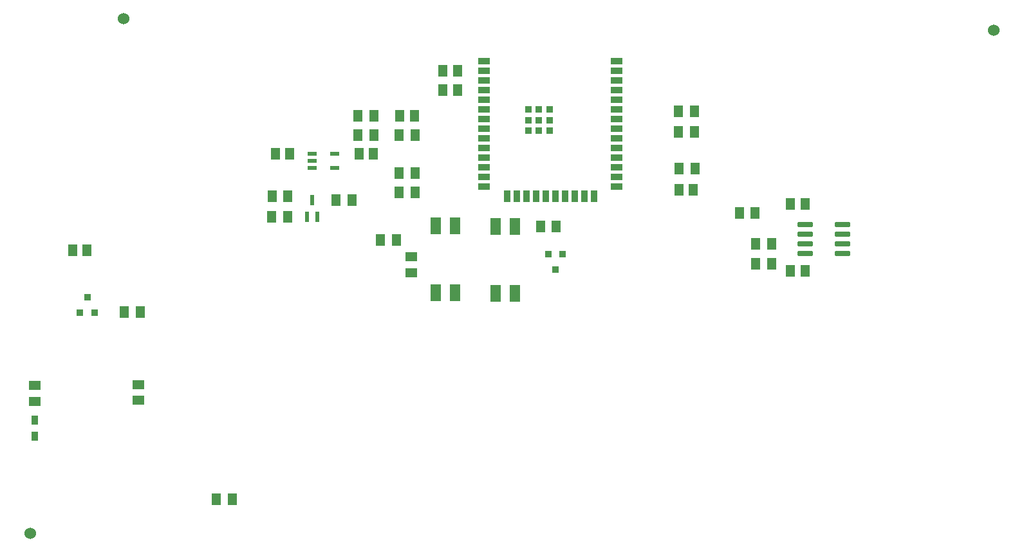
<source format=gtp>
G04*
G04 #@! TF.GenerationSoftware,Altium Limited,Altium Designer,24.5.2 (23)*
G04*
G04 Layer_Color=8421504*
%FSLAX25Y25*%
%MOIN*%
G70*
G04*
G04 #@! TF.SameCoordinates,EC3A5082-E3F1-48C2-B4AC-E183049D0858*
G04*
G04*
G04 #@! TF.FilePolarity,Positive*
G04*
G01*
G75*
%ADD21C,0.06000*%
%ADD22R,0.04528X0.05906*%
%ADD23R,0.03500X0.03200*%
%ADD24R,0.05700X0.09100*%
%ADD25R,0.02000X0.05200*%
%ADD26R,0.05900X0.03500*%
%ADD27R,0.03500X0.05900*%
%ADD28R,0.03500X0.03500*%
%ADD29R,0.05118X0.05906*%
G04:AMPARAMS|DCode=30|XSize=77.56mil|YSize=23.62mil|CornerRadius=2.95mil|HoleSize=0mil|Usage=FLASHONLY|Rotation=180.000|XOffset=0mil|YOffset=0mil|HoleType=Round|Shape=RoundedRectangle|*
%AMROUNDEDRECTD30*
21,1,0.07756,0.01772,0,0,180.0*
21,1,0.07165,0.02362,0,0,180.0*
1,1,0.00591,-0.03583,0.00886*
1,1,0.00591,0.03583,0.00886*
1,1,0.00591,0.03583,-0.00886*
1,1,0.00591,-0.03583,-0.00886*
%
%ADD30ROUNDEDRECTD30*%
%ADD31R,0.05906X0.04528*%
%ADD32R,0.04750X0.02000*%
%ADD33R,0.03740X0.04724*%
G54D21*
X9500Y32000D02*
D03*
X58000Y298500D02*
D03*
X508500Y292500D02*
D03*
G54D22*
X58366Y146500D02*
D03*
X66634D02*
D03*
X134685Y195949D02*
D03*
X142953D02*
D03*
X143000Y206500D02*
D03*
X134732D02*
D03*
X167866Y204500D02*
D03*
X190866Y184000D02*
D03*
X199134D02*
D03*
X200612Y208537D02*
D03*
X208880D02*
D03*
X208873Y218484D02*
D03*
X200605D02*
D03*
X200623Y238165D02*
D03*
X208890D02*
D03*
X187623Y248164D02*
D03*
X179356D02*
D03*
X179355Y238165D02*
D03*
X187623D02*
D03*
X176134Y204500D02*
D03*
X273715Y190850D02*
D03*
X281983D02*
D03*
X345500Y221000D02*
D03*
X353768D02*
D03*
X353634Y240000D02*
D03*
X345366D02*
D03*
X376732Y198000D02*
D03*
X385000D02*
D03*
X385366Y182000D02*
D03*
Y171500D02*
D03*
X393634D02*
D03*
Y182000D02*
D03*
X353634Y250500D02*
D03*
X345366D02*
D03*
X114268Y49500D02*
D03*
X106000D02*
D03*
G54D23*
X35323Y146303D02*
D03*
X42803D02*
D03*
X39063Y154177D02*
D03*
X281500Y168563D02*
D03*
X277760Y176437D02*
D03*
X285240D02*
D03*
G54D24*
X219500Y156650D02*
D03*
X229500D02*
D03*
X250500Y156150D02*
D03*
X260500D02*
D03*
Y190850D02*
D03*
X250500D02*
D03*
X229500Y191350D02*
D03*
X219500D02*
D03*
G54D25*
X152949Y195949D02*
D03*
X158067D02*
D03*
X155508Y204649D02*
D03*
G54D26*
X244450Y211410D02*
D03*
Y216410D02*
D03*
Y221410D02*
D03*
Y226410D02*
D03*
Y231410D02*
D03*
Y236410D02*
D03*
Y241410D02*
D03*
Y246410D02*
D03*
Y251410D02*
D03*
Y256410D02*
D03*
Y261410D02*
D03*
Y266410D02*
D03*
Y271410D02*
D03*
Y276410D02*
D03*
X313350Y216410D02*
D03*
Y211410D02*
D03*
Y221410D02*
D03*
Y226410D02*
D03*
Y231410D02*
D03*
Y236410D02*
D03*
Y241410D02*
D03*
Y246410D02*
D03*
Y251410D02*
D03*
Y256410D02*
D03*
Y261410D02*
D03*
Y266410D02*
D03*
Y271410D02*
D03*
Y276410D02*
D03*
G54D27*
X256400Y206485D02*
D03*
X261400D02*
D03*
X266400D02*
D03*
X271400D02*
D03*
X276400D02*
D03*
X281400D02*
D03*
X286400D02*
D03*
X291400D02*
D03*
X296400D02*
D03*
X301400D02*
D03*
G54D28*
X267480Y240500D02*
D03*
X272990D02*
D03*
X278500D02*
D03*
Y246010D02*
D03*
Y251520D02*
D03*
X272990D02*
D03*
Y246010D02*
D03*
X267480D02*
D03*
Y251520D02*
D03*
G54D29*
X31520Y178500D02*
D03*
X39000D02*
D03*
X136520Y228673D02*
D03*
X144000D02*
D03*
X179760Y228500D02*
D03*
X187240D02*
D03*
X200954Y248200D02*
D03*
X208434D02*
D03*
X223260Y261500D02*
D03*
X230740D02*
D03*
Y271500D02*
D03*
X223260D02*
D03*
X345500Y210000D02*
D03*
X352980D02*
D03*
X403260Y168000D02*
D03*
X410740D02*
D03*
X410756Y202516D02*
D03*
X403275D02*
D03*
G54D30*
X410756Y177000D02*
D03*
Y182000D02*
D03*
Y187000D02*
D03*
Y192000D02*
D03*
X430244D02*
D03*
Y187000D02*
D03*
Y182000D02*
D03*
Y177000D02*
D03*
G54D31*
X12000Y100232D02*
D03*
Y108500D02*
D03*
X65500Y109000D02*
D03*
Y100732D02*
D03*
X207000Y166866D02*
D03*
Y175134D02*
D03*
G54D32*
X155508Y221193D02*
D03*
Y224933D02*
D03*
Y228673D02*
D03*
X167358D02*
D03*
Y221193D02*
D03*
G54D33*
X12000Y82233D02*
D03*
Y90500D02*
D03*
M02*

</source>
